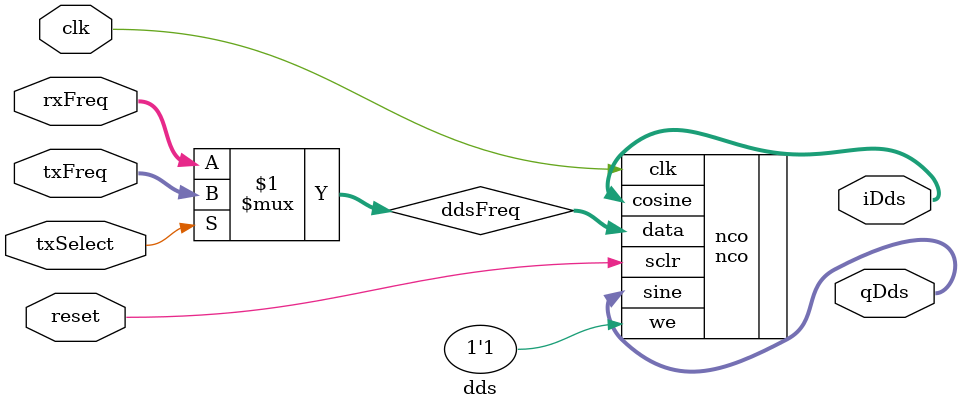
<source format=v>
`timescale 1ns / 10 ps

module dds( clk, reset,
            txSelect,
            rxFreq,
            txFreq,
            iDds, qDds);

input           clk;
input           reset;
input           txSelect;
input   [31:0]  rxFreq;
input   [31:0]  txFreq;
output  [17:0]  iDds;
output  [17:0]  qDds;


// DDS
wire [31:0]ddsFreq = txSelect ? txFreq : rxFreq;
nco nco( .sclr(reset),
         .clk(clk),
         .we(1'b1),
         .data(ddsFreq),
         .sine(qDds),
         .cosine(iDds)
        );
`ifdef SIMULATE
real iDdsReal = 0 ; // = ((iDds > 131071.0) ? (iDds - 262144.0) : iDds)/131072.0;
real qDdsReal = 0; // = ((qDds > 131071.0) ? (qDds - 262144.0) : qDds)/131072.0;

always @(iDds)
        iDdsReal = ((iDds > 131071.0) ? (iDds - 262144.0) : iDds)/131072.0;

always @(qDds)
        qDdsReal = ((qDds > 131071.0) ? (qDds - 262144.0) : qDds)/131072.0;
`endif

endmodule

</source>
